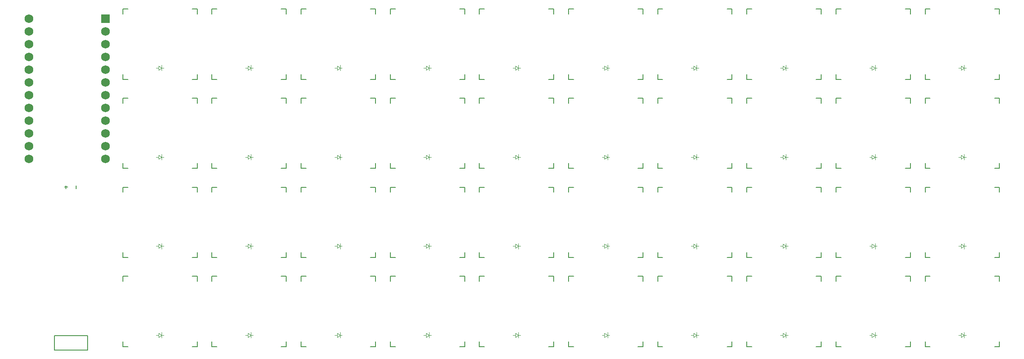
<source format=gbr>
%TF.GenerationSoftware,KiCad,Pcbnew,(6.0.4)*%
%TF.CreationDate,2022-11-13T15:40:53-05:00*%
%TF.ProjectId,crepe,63726570-652e-46b6-9963-61645f706362,v1.0.0*%
%TF.SameCoordinates,Original*%
%TF.FileFunction,Legend,Top*%
%TF.FilePolarity,Positive*%
%FSLAX46Y46*%
G04 Gerber Fmt 4.6, Leading zero omitted, Abs format (unit mm)*
G04 Created by KiCad (PCBNEW (6.0.4)) date 2022-11-13 15:40:53*
%MOMM*%
%LPD*%
G01*
G04 APERTURE LIST*
%ADD10C,0.150000*%
%ADD11C,0.100000*%
%ADD12R,1.752600X1.752600*%
%ADD13C,1.752600*%
G04 APERTURE END LIST*
D10*
%TO.C,S1*%
%TO.C,S2*%
%TO.C,S3*%
%TO.C,S4*%
%TO.C,S5*%
%TO.C,S6*%
%TO.C,S7*%
%TO.C,S8*%
%TO.C,S9*%
%TO.C,S10*%
%TO.C,S11*%
%TO.C,S12*%
%TO.C,S13*%
%TO.C,S14*%
%TO.C,S15*%
%TO.C,S16*%
%TO.C,S17*%
%TO.C,S18*%
%TO.C,S19*%
%TO.C,S20*%
%TO.C,S21*%
%TO.C,S22*%
%TO.C,S23*%
%TO.C,S24*%
%TO.C,S25*%
%TO.C,S26*%
%TO.C,S27*%
%TO.C,S28*%
%TO.C,S29*%
%TO.C,S30*%
%TO.C,S31*%
%TO.C,S32*%
%TO.C,S33*%
%TO.C,S34*%
%TO.C,S35*%
%TO.C,S36*%
%TO.C,S37*%
%TO.C,S38*%
%TO.C,S39*%
%TO.C,S40*%
%TO.C,*%
%TO.C,PAD1*%
X-942857Y24445238D02*
X-942857Y25054761D01*
X-638095Y24750000D02*
X-1247619Y24750000D01*
%TO.C,*%
%TO.C,PAD2*%
X1057142Y24445238D02*
X1057142Y25054761D01*
%TO.C,*%
%TO.C,S1*%
X24149992Y-7012336D02*
X25149992Y-7012336D01*
X25150000Y6987500D02*
X25150000Y5987500D01*
X11350000Y-7012500D02*
X10350000Y-7012500D01*
X25149992Y-7012336D02*
X25149992Y-6012336D01*
X10350000Y6987500D02*
X11350000Y6987500D01*
X10349992Y-6012336D02*
X10349992Y-7012336D01*
X25149992Y6987664D02*
X24149992Y6987664D01*
X10350000Y5987500D02*
X10350000Y6987500D01*
%TO.C,S2*%
X24149992Y10737664D02*
X25149992Y10737664D01*
X25150000Y24737500D02*
X25150000Y23737500D01*
X11350000Y10737500D02*
X10350000Y10737500D01*
X25149992Y10737664D02*
X25149992Y11737664D01*
X10350000Y24737500D02*
X11350000Y24737500D01*
X10349992Y11737664D02*
X10349992Y10737664D01*
X25149992Y24737664D02*
X24149992Y24737664D01*
X10350000Y23737500D02*
X10350000Y24737500D01*
%TO.C,S3*%
X24149992Y28487664D02*
X25149992Y28487664D01*
X25150000Y42487500D02*
X25150000Y41487500D01*
X11350000Y28487500D02*
X10350000Y28487500D01*
X25149992Y28487664D02*
X25149992Y29487664D01*
X10350000Y42487500D02*
X11350000Y42487500D01*
X10349992Y29487664D02*
X10349992Y28487664D01*
X25149992Y42487664D02*
X24149992Y42487664D01*
X10350000Y41487500D02*
X10350000Y42487500D01*
%TO.C,S4*%
X24149992Y46237664D02*
X25149992Y46237664D01*
X25150000Y60237500D02*
X25150000Y59237500D01*
X11350000Y46237500D02*
X10350000Y46237500D01*
X25149992Y46237664D02*
X25149992Y47237664D01*
X10350000Y60237500D02*
X11350000Y60237500D01*
X10349992Y47237664D02*
X10349992Y46237664D01*
X25149992Y60237664D02*
X24149992Y60237664D01*
X10350000Y59237500D02*
X10350000Y60237500D01*
%TO.C,S5*%
X41899992Y-7012336D02*
X42899992Y-7012336D01*
X42900000Y6987500D02*
X42900000Y5987500D01*
X29100000Y-7012500D02*
X28100000Y-7012500D01*
X42899992Y-7012336D02*
X42899992Y-6012336D01*
X28100000Y6987500D02*
X29100000Y6987500D01*
X28099992Y-6012336D02*
X28099992Y-7012336D01*
X42899992Y6987664D02*
X41899992Y6987664D01*
X28100000Y5987500D02*
X28100000Y6987500D01*
%TO.C,S6*%
X41899992Y10737664D02*
X42899992Y10737664D01*
X42900000Y24737500D02*
X42900000Y23737500D01*
X29100000Y10737500D02*
X28100000Y10737500D01*
X42899992Y10737664D02*
X42899992Y11737664D01*
X28100000Y24737500D02*
X29100000Y24737500D01*
X28099992Y11737664D02*
X28099992Y10737664D01*
X42899992Y24737664D02*
X41899992Y24737664D01*
X28100000Y23737500D02*
X28100000Y24737500D01*
%TO.C,S7*%
X41899992Y28487664D02*
X42899992Y28487664D01*
X42900000Y42487500D02*
X42900000Y41487500D01*
X29100000Y28487500D02*
X28100000Y28487500D01*
X42899992Y28487664D02*
X42899992Y29487664D01*
X28100000Y42487500D02*
X29100000Y42487500D01*
X28099992Y29487664D02*
X28099992Y28487664D01*
X42899992Y42487664D02*
X41899992Y42487664D01*
X28100000Y41487500D02*
X28100000Y42487500D01*
%TO.C,S8*%
X41899992Y46237664D02*
X42899992Y46237664D01*
X42900000Y60237500D02*
X42900000Y59237500D01*
X29100000Y46237500D02*
X28100000Y46237500D01*
X42899992Y46237664D02*
X42899992Y47237664D01*
X28100000Y60237500D02*
X29100000Y60237500D01*
X28099992Y47237664D02*
X28099992Y46237664D01*
X42899992Y60237664D02*
X41899992Y60237664D01*
X28100000Y59237500D02*
X28100000Y60237500D01*
%TO.C,S9*%
X59649992Y-7012336D02*
X60649992Y-7012336D01*
X60650000Y6987500D02*
X60650000Y5987500D01*
X46850000Y-7012500D02*
X45850000Y-7012500D01*
X60649992Y-7012336D02*
X60649992Y-6012336D01*
X45850000Y6987500D02*
X46850000Y6987500D01*
X45849992Y-6012336D02*
X45849992Y-7012336D01*
X60649992Y6987664D02*
X59649992Y6987664D01*
X45850000Y5987500D02*
X45850000Y6987500D01*
%TO.C,S10*%
X59649992Y10737664D02*
X60649992Y10737664D01*
X60650000Y24737500D02*
X60650000Y23737500D01*
X46850000Y10737500D02*
X45850000Y10737500D01*
X60649992Y10737664D02*
X60649992Y11737664D01*
X45850000Y24737500D02*
X46850000Y24737500D01*
X45849992Y11737664D02*
X45849992Y10737664D01*
X60649992Y24737664D02*
X59649992Y24737664D01*
X45850000Y23737500D02*
X45850000Y24737500D01*
%TO.C,S11*%
X59649992Y28487664D02*
X60649992Y28487664D01*
X60650000Y42487500D02*
X60650000Y41487500D01*
X46850000Y28487500D02*
X45850000Y28487500D01*
X60649992Y28487664D02*
X60649992Y29487664D01*
X45850000Y42487500D02*
X46850000Y42487500D01*
X45849992Y29487664D02*
X45849992Y28487664D01*
X60649992Y42487664D02*
X59649992Y42487664D01*
X45850000Y41487500D02*
X45850000Y42487500D01*
%TO.C,S12*%
X59649992Y46237664D02*
X60649992Y46237664D01*
X60650000Y60237500D02*
X60650000Y59237500D01*
X46850000Y46237500D02*
X45850000Y46237500D01*
X60649992Y46237664D02*
X60649992Y47237664D01*
X45850000Y60237500D02*
X46850000Y60237500D01*
X45849992Y47237664D02*
X45849992Y46237664D01*
X60649992Y60237664D02*
X59649992Y60237664D01*
X45850000Y59237500D02*
X45850000Y60237500D01*
%TO.C,S13*%
X77399992Y-7012336D02*
X78399992Y-7012336D01*
X78400000Y6987500D02*
X78400000Y5987500D01*
X64600000Y-7012500D02*
X63600000Y-7012500D01*
X78399992Y-7012336D02*
X78399992Y-6012336D01*
X63600000Y6987500D02*
X64600000Y6987500D01*
X63599992Y-6012336D02*
X63599992Y-7012336D01*
X78399992Y6987664D02*
X77399992Y6987664D01*
X63600000Y5987500D02*
X63600000Y6987500D01*
%TO.C,S14*%
X77399992Y10737664D02*
X78399992Y10737664D01*
X78400000Y24737500D02*
X78400000Y23737500D01*
X64600000Y10737500D02*
X63600000Y10737500D01*
X78399992Y10737664D02*
X78399992Y11737664D01*
X63600000Y24737500D02*
X64600000Y24737500D01*
X63599992Y11737664D02*
X63599992Y10737664D01*
X78399992Y24737664D02*
X77399992Y24737664D01*
X63600000Y23737500D02*
X63600000Y24737500D01*
%TO.C,S15*%
X77399992Y28487664D02*
X78399992Y28487664D01*
X78400000Y42487500D02*
X78400000Y41487500D01*
X64600000Y28487500D02*
X63600000Y28487500D01*
X78399992Y28487664D02*
X78399992Y29487664D01*
X63600000Y42487500D02*
X64600000Y42487500D01*
X63599992Y29487664D02*
X63599992Y28487664D01*
X78399992Y42487664D02*
X77399992Y42487664D01*
X63600000Y41487500D02*
X63600000Y42487500D01*
%TO.C,S16*%
X77399992Y46237664D02*
X78399992Y46237664D01*
X78400000Y60237500D02*
X78400000Y59237500D01*
X64600000Y46237500D02*
X63600000Y46237500D01*
X78399992Y46237664D02*
X78399992Y47237664D01*
X63600000Y60237500D02*
X64600000Y60237500D01*
X63599992Y47237664D02*
X63599992Y46237664D01*
X78399992Y60237664D02*
X77399992Y60237664D01*
X63600000Y59237500D02*
X63600000Y60237500D01*
%TO.C,S17*%
X95149992Y-7012336D02*
X96149992Y-7012336D01*
X96150000Y6987500D02*
X96150000Y5987500D01*
X82350000Y-7012500D02*
X81350000Y-7012500D01*
X96149992Y-7012336D02*
X96149992Y-6012336D01*
X81350000Y6987500D02*
X82350000Y6987500D01*
X81349992Y-6012336D02*
X81349992Y-7012336D01*
X96149992Y6987664D02*
X95149992Y6987664D01*
X81350000Y5987500D02*
X81350000Y6987500D01*
%TO.C,S18*%
X95149992Y10737664D02*
X96149992Y10737664D01*
X96150000Y24737500D02*
X96150000Y23737500D01*
X82350000Y10737500D02*
X81350000Y10737500D01*
X96149992Y10737664D02*
X96149992Y11737664D01*
X81350000Y24737500D02*
X82350000Y24737500D01*
X81349992Y11737664D02*
X81349992Y10737664D01*
X96149992Y24737664D02*
X95149992Y24737664D01*
X81350000Y23737500D02*
X81350000Y24737500D01*
%TO.C,S19*%
X95149992Y28487664D02*
X96149992Y28487664D01*
X96150000Y42487500D02*
X96150000Y41487500D01*
X82350000Y28487500D02*
X81350000Y28487500D01*
X96149992Y28487664D02*
X96149992Y29487664D01*
X81350000Y42487500D02*
X82350000Y42487500D01*
X81349992Y29487664D02*
X81349992Y28487664D01*
X96149992Y42487664D02*
X95149992Y42487664D01*
X81350000Y41487500D02*
X81350000Y42487500D01*
%TO.C,S20*%
X95149992Y46237664D02*
X96149992Y46237664D01*
X96150000Y60237500D02*
X96150000Y59237500D01*
X82350000Y46237500D02*
X81350000Y46237500D01*
X96149992Y46237664D02*
X96149992Y47237664D01*
X81350000Y60237500D02*
X82350000Y60237500D01*
X81349992Y47237664D02*
X81349992Y46237664D01*
X96149992Y60237664D02*
X95149992Y60237664D01*
X81350000Y59237500D02*
X81350000Y60237500D01*
%TO.C,S21*%
X183899992Y-7012336D02*
X184899992Y-7012336D01*
X184900000Y6987500D02*
X184900000Y5987500D01*
X171100000Y-7012500D02*
X170100000Y-7012500D01*
X184899992Y-7012336D02*
X184899992Y-6012336D01*
X170100000Y6987500D02*
X171100000Y6987500D01*
X170099992Y-6012336D02*
X170099992Y-7012336D01*
X184899992Y6987664D02*
X183899992Y6987664D01*
X170100000Y5987500D02*
X170100000Y6987500D01*
%TO.C,S22*%
X183899992Y10737664D02*
X184899992Y10737664D01*
X184900000Y24737500D02*
X184900000Y23737500D01*
X171100000Y10737500D02*
X170100000Y10737500D01*
X184899992Y10737664D02*
X184899992Y11737664D01*
X170100000Y24737500D02*
X171100000Y24737500D01*
X170099992Y11737664D02*
X170099992Y10737664D01*
X184899992Y24737664D02*
X183899992Y24737664D01*
X170100000Y23737500D02*
X170100000Y24737500D01*
%TO.C,S23*%
X183899992Y28487664D02*
X184899992Y28487664D01*
X184900000Y42487500D02*
X184900000Y41487500D01*
X171100000Y28487500D02*
X170100000Y28487500D01*
X184899992Y28487664D02*
X184899992Y29487664D01*
X170100000Y42487500D02*
X171100000Y42487500D01*
X170099992Y29487664D02*
X170099992Y28487664D01*
X184899992Y42487664D02*
X183899992Y42487664D01*
X170100000Y41487500D02*
X170100000Y42487500D01*
%TO.C,S24*%
X183899992Y46237664D02*
X184899992Y46237664D01*
X184900000Y60237500D02*
X184900000Y59237500D01*
X171100000Y46237500D02*
X170100000Y46237500D01*
X184899992Y46237664D02*
X184899992Y47237664D01*
X170100000Y60237500D02*
X171100000Y60237500D01*
X170099992Y47237664D02*
X170099992Y46237664D01*
X184899992Y60237664D02*
X183899992Y60237664D01*
X170100000Y59237500D02*
X170100000Y60237500D01*
%TO.C,S25*%
X166149992Y-7012336D02*
X167149992Y-7012336D01*
X167150000Y6987500D02*
X167150000Y5987500D01*
X153350000Y-7012500D02*
X152350000Y-7012500D01*
X167149992Y-7012336D02*
X167149992Y-6012336D01*
X152350000Y6987500D02*
X153350000Y6987500D01*
X152349992Y-6012336D02*
X152349992Y-7012336D01*
X167149992Y6987664D02*
X166149992Y6987664D01*
X152350000Y5987500D02*
X152350000Y6987500D01*
%TO.C,S26*%
X166149992Y10737664D02*
X167149992Y10737664D01*
X167150000Y24737500D02*
X167150000Y23737500D01*
X153350000Y10737500D02*
X152350000Y10737500D01*
X167149992Y10737664D02*
X167149992Y11737664D01*
X152350000Y24737500D02*
X153350000Y24737500D01*
X152349992Y11737664D02*
X152349992Y10737664D01*
X167149992Y24737664D02*
X166149992Y24737664D01*
X152350000Y23737500D02*
X152350000Y24737500D01*
%TO.C,S27*%
X166149992Y28487664D02*
X167149992Y28487664D01*
X167150000Y42487500D02*
X167150000Y41487500D01*
X153350000Y28487500D02*
X152350000Y28487500D01*
X167149992Y28487664D02*
X167149992Y29487664D01*
X152350000Y42487500D02*
X153350000Y42487500D01*
X152349992Y29487664D02*
X152349992Y28487664D01*
X167149992Y42487664D02*
X166149992Y42487664D01*
X152350000Y41487500D02*
X152350000Y42487500D01*
%TO.C,S28*%
X166149992Y46237664D02*
X167149992Y46237664D01*
X167150000Y60237500D02*
X167150000Y59237500D01*
X153350000Y46237500D02*
X152350000Y46237500D01*
X167149992Y46237664D02*
X167149992Y47237664D01*
X152350000Y60237500D02*
X153350000Y60237500D01*
X152349992Y47237664D02*
X152349992Y46237664D01*
X167149992Y60237664D02*
X166149992Y60237664D01*
X152350000Y59237500D02*
X152350000Y60237500D01*
%TO.C,S29*%
X148399992Y-7012336D02*
X149399992Y-7012336D01*
X149400000Y6987500D02*
X149400000Y5987500D01*
X135600000Y-7012500D02*
X134600000Y-7012500D01*
X149399992Y-7012336D02*
X149399992Y-6012336D01*
X134600000Y6987500D02*
X135600000Y6987500D01*
X134599992Y-6012336D02*
X134599992Y-7012336D01*
X149399992Y6987664D02*
X148399992Y6987664D01*
X134600000Y5987500D02*
X134600000Y6987500D01*
%TO.C,S30*%
X148399992Y10737664D02*
X149399992Y10737664D01*
X149400000Y24737500D02*
X149400000Y23737500D01*
X135600000Y10737500D02*
X134600000Y10737500D01*
X149399992Y10737664D02*
X149399992Y11737664D01*
X134600000Y24737500D02*
X135600000Y24737500D01*
X134599992Y11737664D02*
X134599992Y10737664D01*
X149399992Y24737664D02*
X148399992Y24737664D01*
X134600000Y23737500D02*
X134600000Y24737500D01*
%TO.C,S31*%
X148399992Y28487664D02*
X149399992Y28487664D01*
X149400000Y42487500D02*
X149400000Y41487500D01*
X135600000Y28487500D02*
X134600000Y28487500D01*
X149399992Y28487664D02*
X149399992Y29487664D01*
X134600000Y42487500D02*
X135600000Y42487500D01*
X134599992Y29487664D02*
X134599992Y28487664D01*
X149399992Y42487664D02*
X148399992Y42487664D01*
X134600000Y41487500D02*
X134600000Y42487500D01*
%TO.C,S32*%
X148399992Y46237664D02*
X149399992Y46237664D01*
X149400000Y60237500D02*
X149400000Y59237500D01*
X135600000Y46237500D02*
X134600000Y46237500D01*
X149399992Y46237664D02*
X149399992Y47237664D01*
X134600000Y60237500D02*
X135600000Y60237500D01*
X134599992Y47237664D02*
X134599992Y46237664D01*
X149399992Y60237664D02*
X148399992Y60237664D01*
X134600000Y59237500D02*
X134600000Y60237500D01*
%TO.C,S33*%
X130649992Y-7012336D02*
X131649992Y-7012336D01*
X131650000Y6987500D02*
X131650000Y5987500D01*
X117850000Y-7012500D02*
X116850000Y-7012500D01*
X131649992Y-7012336D02*
X131649992Y-6012336D01*
X116850000Y6987500D02*
X117850000Y6987500D01*
X116849992Y-6012336D02*
X116849992Y-7012336D01*
X131649992Y6987664D02*
X130649992Y6987664D01*
X116850000Y5987500D02*
X116850000Y6987500D01*
%TO.C,S34*%
X130649992Y10737664D02*
X131649992Y10737664D01*
X131650000Y24737500D02*
X131650000Y23737500D01*
X117850000Y10737500D02*
X116850000Y10737500D01*
X131649992Y10737664D02*
X131649992Y11737664D01*
X116850000Y24737500D02*
X117850000Y24737500D01*
X116849992Y11737664D02*
X116849992Y10737664D01*
X131649992Y24737664D02*
X130649992Y24737664D01*
X116850000Y23737500D02*
X116850000Y24737500D01*
%TO.C,S35*%
X130649992Y28487664D02*
X131649992Y28487664D01*
X131650000Y42487500D02*
X131650000Y41487500D01*
X117850000Y28487500D02*
X116850000Y28487500D01*
X131649992Y28487664D02*
X131649992Y29487664D01*
X116850000Y42487500D02*
X117850000Y42487500D01*
X116849992Y29487664D02*
X116849992Y28487664D01*
X131649992Y42487664D02*
X130649992Y42487664D01*
X116850000Y41487500D02*
X116850000Y42487500D01*
%TO.C,S36*%
X130649992Y46237664D02*
X131649992Y46237664D01*
X131650000Y60237500D02*
X131650000Y59237500D01*
X117850000Y46237500D02*
X116850000Y46237500D01*
X131649992Y46237664D02*
X131649992Y47237664D01*
X116850000Y60237500D02*
X117850000Y60237500D01*
X116849992Y47237664D02*
X116849992Y46237664D01*
X131649992Y60237664D02*
X130649992Y60237664D01*
X116850000Y59237500D02*
X116850000Y60237500D01*
%TO.C,S37*%
X112899992Y-7012336D02*
X113899992Y-7012336D01*
X113900000Y6987500D02*
X113900000Y5987500D01*
X100100000Y-7012500D02*
X99100000Y-7012500D01*
X113899992Y-7012336D02*
X113899992Y-6012336D01*
X99100000Y6987500D02*
X100100000Y6987500D01*
X99099992Y-6012336D02*
X99099992Y-7012336D01*
X113899992Y6987664D02*
X112899992Y6987664D01*
X99100000Y5987500D02*
X99100000Y6987500D01*
%TO.C,S38*%
X112899992Y10737664D02*
X113899992Y10737664D01*
X113900000Y24737500D02*
X113900000Y23737500D01*
X100100000Y10737500D02*
X99100000Y10737500D01*
X113899992Y10737664D02*
X113899992Y11737664D01*
X99100000Y24737500D02*
X100100000Y24737500D01*
X99099992Y11737664D02*
X99099992Y10737664D01*
X113899992Y24737664D02*
X112899992Y24737664D01*
X99100000Y23737500D02*
X99100000Y24737500D01*
%TO.C,S39*%
X112899992Y28487664D02*
X113899992Y28487664D01*
X113900000Y42487500D02*
X113900000Y41487500D01*
X100100000Y28487500D02*
X99100000Y28487500D01*
X113899992Y28487664D02*
X113899992Y29487664D01*
X99100000Y42487500D02*
X100100000Y42487500D01*
X99099992Y29487664D02*
X99099992Y28487664D01*
X113899992Y42487664D02*
X112899992Y42487664D01*
X99100000Y41487500D02*
X99100000Y42487500D01*
%TO.C,S40*%
X112899992Y46237664D02*
X113899992Y46237664D01*
X113900000Y60237500D02*
X113900000Y59237500D01*
X100100000Y46237500D02*
X99100000Y46237500D01*
X113899992Y46237664D02*
X113899992Y47237664D01*
X99100000Y60237500D02*
X100100000Y60237500D01*
X99099992Y47237664D02*
X99099992Y46237664D01*
X113899992Y60237664D02*
X112899992Y60237664D01*
X99100000Y59237500D02*
X99100000Y60237500D01*
D11*
%TO.C,D1*%
X17500000Y-4750000D02*
X17000000Y-4750000D01*
X17500000Y-4350000D02*
X18100000Y-4750000D01*
X17500000Y-5150000D02*
X17500000Y-4350000D01*
X18100000Y-4750000D02*
X17500000Y-5150000D01*
X18100000Y-4750000D02*
X18100000Y-4200000D01*
X18100000Y-4750000D02*
X18100000Y-5300000D01*
X18500000Y-4750000D02*
X18100000Y-4750000D01*
%TO.C,D2*%
X17500000Y13000000D02*
X17000000Y13000000D01*
X17500000Y13400000D02*
X18100000Y13000000D01*
X17500000Y12600000D02*
X17500000Y13400000D01*
X18100000Y13000000D02*
X17500000Y12600000D01*
X18100000Y13000000D02*
X18100000Y13550000D01*
X18100000Y13000000D02*
X18100000Y12450000D01*
X18500000Y13000000D02*
X18100000Y13000000D01*
%TO.C,D3*%
X17500000Y30750000D02*
X17000000Y30750000D01*
X17500000Y31150000D02*
X18100000Y30750000D01*
X17500000Y30350000D02*
X17500000Y31150000D01*
X18100000Y30750000D02*
X17500000Y30350000D01*
X18100000Y30750000D02*
X18100000Y31300000D01*
X18100000Y30750000D02*
X18100000Y30200000D01*
X18500000Y30750000D02*
X18100000Y30750000D01*
%TO.C,D4*%
X17500000Y48500000D02*
X17000000Y48500000D01*
X17500000Y48900000D02*
X18100000Y48500000D01*
X17500000Y48100000D02*
X17500000Y48900000D01*
X18100000Y48500000D02*
X17500000Y48100000D01*
X18100000Y48500000D02*
X18100000Y49050000D01*
X18100000Y48500000D02*
X18100000Y47950000D01*
X18500000Y48500000D02*
X18100000Y48500000D01*
%TO.C,D5*%
X35250000Y-4750000D02*
X34750000Y-4750000D01*
X35250000Y-4350000D02*
X35850000Y-4750000D01*
X35250000Y-5150000D02*
X35250000Y-4350000D01*
X35850000Y-4750000D02*
X35250000Y-5150000D01*
X35850000Y-4750000D02*
X35850000Y-4200000D01*
X35850000Y-4750000D02*
X35850000Y-5300000D01*
X36250000Y-4750000D02*
X35850000Y-4750000D01*
%TO.C,D6*%
X35250000Y13000000D02*
X34750000Y13000000D01*
X35250000Y13400000D02*
X35850000Y13000000D01*
X35250000Y12600000D02*
X35250000Y13400000D01*
X35850000Y13000000D02*
X35250000Y12600000D01*
X35850000Y13000000D02*
X35850000Y13550000D01*
X35850000Y13000000D02*
X35850000Y12450000D01*
X36250000Y13000000D02*
X35850000Y13000000D01*
%TO.C,D7*%
X35250000Y30750000D02*
X34750000Y30750000D01*
X35250000Y31150000D02*
X35850000Y30750000D01*
X35250000Y30350000D02*
X35250000Y31150000D01*
X35850000Y30750000D02*
X35250000Y30350000D01*
X35850000Y30750000D02*
X35850000Y31300000D01*
X35850000Y30750000D02*
X35850000Y30200000D01*
X36250000Y30750000D02*
X35850000Y30750000D01*
%TO.C,D8*%
X35250000Y48500000D02*
X34750000Y48500000D01*
X35250000Y48900000D02*
X35850000Y48500000D01*
X35250000Y48100000D02*
X35250000Y48900000D01*
X35850000Y48500000D02*
X35250000Y48100000D01*
X35850000Y48500000D02*
X35850000Y49050000D01*
X35850000Y48500000D02*
X35850000Y47950000D01*
X36250000Y48500000D02*
X35850000Y48500000D01*
%TO.C,D9*%
X53000000Y-4750000D02*
X52500000Y-4750000D01*
X53000000Y-4350000D02*
X53600000Y-4750000D01*
X53000000Y-5150000D02*
X53000000Y-4350000D01*
X53600000Y-4750000D02*
X53000000Y-5150000D01*
X53600000Y-4750000D02*
X53600000Y-4200000D01*
X53600000Y-4750000D02*
X53600000Y-5300000D01*
X54000000Y-4750000D02*
X53600000Y-4750000D01*
%TO.C,D10*%
X53000000Y13000000D02*
X52500000Y13000000D01*
X53000000Y13400000D02*
X53600000Y13000000D01*
X53000000Y12600000D02*
X53000000Y13400000D01*
X53600000Y13000000D02*
X53000000Y12600000D01*
X53600000Y13000000D02*
X53600000Y13550000D01*
X53600000Y13000000D02*
X53600000Y12450000D01*
X54000000Y13000000D02*
X53600000Y13000000D01*
%TO.C,D11*%
X53000000Y30750000D02*
X52500000Y30750000D01*
X53000000Y31150000D02*
X53600000Y30750000D01*
X53000000Y30350000D02*
X53000000Y31150000D01*
X53600000Y30750000D02*
X53000000Y30350000D01*
X53600000Y30750000D02*
X53600000Y31300000D01*
X53600000Y30750000D02*
X53600000Y30200000D01*
X54000000Y30750000D02*
X53600000Y30750000D01*
%TO.C,D12*%
X53000000Y48500000D02*
X52500000Y48500000D01*
X53000000Y48900000D02*
X53600000Y48500000D01*
X53000000Y48100000D02*
X53000000Y48900000D01*
X53600000Y48500000D02*
X53000000Y48100000D01*
X53600000Y48500000D02*
X53600000Y49050000D01*
X53600000Y48500000D02*
X53600000Y47950000D01*
X54000000Y48500000D02*
X53600000Y48500000D01*
%TO.C,D13*%
X70750000Y-4750000D02*
X70250000Y-4750000D01*
X70750000Y-4350000D02*
X71350000Y-4750000D01*
X70750000Y-5150000D02*
X70750000Y-4350000D01*
X71350000Y-4750000D02*
X70750000Y-5150000D01*
X71350000Y-4750000D02*
X71350000Y-4200000D01*
X71350000Y-4750000D02*
X71350000Y-5300000D01*
X71750000Y-4750000D02*
X71350000Y-4750000D01*
%TO.C,D14*%
X70750000Y13000000D02*
X70250000Y13000000D01*
X70750000Y13400000D02*
X71350000Y13000000D01*
X70750000Y12600000D02*
X70750000Y13400000D01*
X71350000Y13000000D02*
X70750000Y12600000D01*
X71350000Y13000000D02*
X71350000Y13550000D01*
X71350000Y13000000D02*
X71350000Y12450000D01*
X71750000Y13000000D02*
X71350000Y13000000D01*
%TO.C,D15*%
X70750000Y30750000D02*
X70250000Y30750000D01*
X70750000Y31150000D02*
X71350000Y30750000D01*
X70750000Y30350000D02*
X70750000Y31150000D01*
X71350000Y30750000D02*
X70750000Y30350000D01*
X71350000Y30750000D02*
X71350000Y31300000D01*
X71350000Y30750000D02*
X71350000Y30200000D01*
X71750000Y30750000D02*
X71350000Y30750000D01*
%TO.C,D16*%
X70750000Y48500000D02*
X70250000Y48500000D01*
X70750000Y48900000D02*
X71350000Y48500000D01*
X70750000Y48100000D02*
X70750000Y48900000D01*
X71350000Y48500000D02*
X70750000Y48100000D01*
X71350000Y48500000D02*
X71350000Y49050000D01*
X71350000Y48500000D02*
X71350000Y47950000D01*
X71750000Y48500000D02*
X71350000Y48500000D01*
%TO.C,D17*%
X88500000Y-4750000D02*
X88000000Y-4750000D01*
X88500000Y-4350000D02*
X89100000Y-4750000D01*
X88500000Y-5150000D02*
X88500000Y-4350000D01*
X89100000Y-4750000D02*
X88500000Y-5150000D01*
X89100000Y-4750000D02*
X89100000Y-4200000D01*
X89100000Y-4750000D02*
X89100000Y-5300000D01*
X89500000Y-4750000D02*
X89100000Y-4750000D01*
%TO.C,D18*%
X88500000Y13000000D02*
X88000000Y13000000D01*
X88500000Y13400000D02*
X89100000Y13000000D01*
X88500000Y12600000D02*
X88500000Y13400000D01*
X89100000Y13000000D02*
X88500000Y12600000D01*
X89100000Y13000000D02*
X89100000Y13550000D01*
X89100000Y13000000D02*
X89100000Y12450000D01*
X89500000Y13000000D02*
X89100000Y13000000D01*
%TO.C,D19*%
X88500000Y30750000D02*
X88000000Y30750000D01*
X88500000Y31150000D02*
X89100000Y30750000D01*
X88500000Y30350000D02*
X88500000Y31150000D01*
X89100000Y30750000D02*
X88500000Y30350000D01*
X89100000Y30750000D02*
X89100000Y31300000D01*
X89100000Y30750000D02*
X89100000Y30200000D01*
X89500000Y30750000D02*
X89100000Y30750000D01*
%TO.C,D20*%
X88500000Y48500000D02*
X88000000Y48500000D01*
X88500000Y48900000D02*
X89100000Y48500000D01*
X88500000Y48100000D02*
X88500000Y48900000D01*
X89100000Y48500000D02*
X88500000Y48100000D01*
X89100000Y48500000D02*
X89100000Y49050000D01*
X89100000Y48500000D02*
X89100000Y47950000D01*
X89500000Y48500000D02*
X89100000Y48500000D01*
D10*
%TO.C,T1*%
X-1950000Y-7725000D02*
X1950000Y-7725000D01*
X0Y-7725000D02*
X3300000Y-7725000D01*
X3300000Y-7725000D02*
X3300000Y-4875000D01*
X3300000Y-4875000D02*
X-3300000Y-4875000D01*
X-3300000Y-4875000D02*
X-3300000Y-7725000D01*
X0Y-7725000D02*
X-3300000Y-7725000D01*
D11*
%TO.C,D21*%
X177250000Y-4750000D02*
X176750000Y-4750000D01*
X177250000Y-4350000D02*
X177850000Y-4750000D01*
X177250000Y-5150000D02*
X177250000Y-4350000D01*
X177850000Y-4750000D02*
X177250000Y-5150000D01*
X177850000Y-4750000D02*
X177850000Y-4200000D01*
X177850000Y-4750000D02*
X177850000Y-5300000D01*
X178250000Y-4750000D02*
X177850000Y-4750000D01*
%TO.C,D22*%
X177250000Y13000000D02*
X176750000Y13000000D01*
X177250000Y13400000D02*
X177850000Y13000000D01*
X177250000Y12600000D02*
X177250000Y13400000D01*
X177850000Y13000000D02*
X177250000Y12600000D01*
X177850000Y13000000D02*
X177850000Y13550000D01*
X177850000Y13000000D02*
X177850000Y12450000D01*
X178250000Y13000000D02*
X177850000Y13000000D01*
%TO.C,D23*%
X177250000Y30750000D02*
X176750000Y30750000D01*
X177250000Y31150000D02*
X177850000Y30750000D01*
X177250000Y30350000D02*
X177250000Y31150000D01*
X177850000Y30750000D02*
X177250000Y30350000D01*
X177850000Y30750000D02*
X177850000Y31300000D01*
X177850000Y30750000D02*
X177850000Y30200000D01*
X178250000Y30750000D02*
X177850000Y30750000D01*
%TO.C,D24*%
X177250000Y48500000D02*
X176750000Y48500000D01*
X177250000Y48900000D02*
X177850000Y48500000D01*
X177250000Y48100000D02*
X177250000Y48900000D01*
X177850000Y48500000D02*
X177250000Y48100000D01*
X177850000Y48500000D02*
X177850000Y49050000D01*
X177850000Y48500000D02*
X177850000Y47950000D01*
X178250000Y48500000D02*
X177850000Y48500000D01*
%TO.C,D25*%
X159500000Y-4750000D02*
X159000000Y-4750000D01*
X159500000Y-4350000D02*
X160100000Y-4750000D01*
X159500000Y-5150000D02*
X159500000Y-4350000D01*
X160100000Y-4750000D02*
X159500000Y-5150000D01*
X160100000Y-4750000D02*
X160100000Y-4200000D01*
X160100000Y-4750000D02*
X160100000Y-5300000D01*
X160500000Y-4750000D02*
X160100000Y-4750000D01*
%TO.C,D26*%
X159500000Y13000000D02*
X159000000Y13000000D01*
X159500000Y13400000D02*
X160100000Y13000000D01*
X159500000Y12600000D02*
X159500000Y13400000D01*
X160100000Y13000000D02*
X159500000Y12600000D01*
X160100000Y13000000D02*
X160100000Y13550000D01*
X160100000Y13000000D02*
X160100000Y12450000D01*
X160500000Y13000000D02*
X160100000Y13000000D01*
%TO.C,D27*%
X159500000Y30750000D02*
X159000000Y30750000D01*
X159500000Y31150000D02*
X160100000Y30750000D01*
X159500000Y30350000D02*
X159500000Y31150000D01*
X160100000Y30750000D02*
X159500000Y30350000D01*
X160100000Y30750000D02*
X160100000Y31300000D01*
X160100000Y30750000D02*
X160100000Y30200000D01*
X160500000Y30750000D02*
X160100000Y30750000D01*
%TO.C,D28*%
X159500000Y48500000D02*
X159000000Y48500000D01*
X159500000Y48900000D02*
X160100000Y48500000D01*
X159500000Y48100000D02*
X159500000Y48900000D01*
X160100000Y48500000D02*
X159500000Y48100000D01*
X160100000Y48500000D02*
X160100000Y49050000D01*
X160100000Y48500000D02*
X160100000Y47950000D01*
X160500000Y48500000D02*
X160100000Y48500000D01*
%TO.C,D29*%
X141750000Y-4750000D02*
X141250000Y-4750000D01*
X141750000Y-4350000D02*
X142350000Y-4750000D01*
X141750000Y-5150000D02*
X141750000Y-4350000D01*
X142350000Y-4750000D02*
X141750000Y-5150000D01*
X142350000Y-4750000D02*
X142350000Y-4200000D01*
X142350000Y-4750000D02*
X142350000Y-5300000D01*
X142750000Y-4750000D02*
X142350000Y-4750000D01*
%TO.C,D30*%
X141750000Y13000000D02*
X141250000Y13000000D01*
X141750000Y13400000D02*
X142350000Y13000000D01*
X141750000Y12600000D02*
X141750000Y13400000D01*
X142350000Y13000000D02*
X141750000Y12600000D01*
X142350000Y13000000D02*
X142350000Y13550000D01*
X142350000Y13000000D02*
X142350000Y12450000D01*
X142750000Y13000000D02*
X142350000Y13000000D01*
%TO.C,D31*%
X141750000Y30750000D02*
X141250000Y30750000D01*
X141750000Y31150000D02*
X142350000Y30750000D01*
X141750000Y30350000D02*
X141750000Y31150000D01*
X142350000Y30750000D02*
X141750000Y30350000D01*
X142350000Y30750000D02*
X142350000Y31300000D01*
X142350000Y30750000D02*
X142350000Y30200000D01*
X142750000Y30750000D02*
X142350000Y30750000D01*
%TO.C,D32*%
X141750000Y48500000D02*
X141250000Y48500000D01*
X141750000Y48900000D02*
X142350000Y48500000D01*
X141750000Y48100000D02*
X141750000Y48900000D01*
X142350000Y48500000D02*
X141750000Y48100000D01*
X142350000Y48500000D02*
X142350000Y49050000D01*
X142350000Y48500000D02*
X142350000Y47950000D01*
X142750000Y48500000D02*
X142350000Y48500000D01*
%TO.C,D33*%
X124000000Y-4750000D02*
X123500000Y-4750000D01*
X124000000Y-4350000D02*
X124600000Y-4750000D01*
X124000000Y-5150000D02*
X124000000Y-4350000D01*
X124600000Y-4750000D02*
X124000000Y-5150000D01*
X124600000Y-4750000D02*
X124600000Y-4200000D01*
X124600000Y-4750000D02*
X124600000Y-5300000D01*
X125000000Y-4750000D02*
X124600000Y-4750000D01*
%TO.C,D34*%
X124000000Y13000000D02*
X123500000Y13000000D01*
X124000000Y13400000D02*
X124600000Y13000000D01*
X124000000Y12600000D02*
X124000000Y13400000D01*
X124600000Y13000000D02*
X124000000Y12600000D01*
X124600000Y13000000D02*
X124600000Y13550000D01*
X124600000Y13000000D02*
X124600000Y12450000D01*
X125000000Y13000000D02*
X124600000Y13000000D01*
%TO.C,D35*%
X124000000Y30750000D02*
X123500000Y30750000D01*
X124000000Y31150000D02*
X124600000Y30750000D01*
X124000000Y30350000D02*
X124000000Y31150000D01*
X124600000Y30750000D02*
X124000000Y30350000D01*
X124600000Y30750000D02*
X124600000Y31300000D01*
X124600000Y30750000D02*
X124600000Y30200000D01*
X125000000Y30750000D02*
X124600000Y30750000D01*
%TO.C,D36*%
X124000000Y48500000D02*
X123500000Y48500000D01*
X124000000Y48900000D02*
X124600000Y48500000D01*
X124000000Y48100000D02*
X124000000Y48900000D01*
X124600000Y48500000D02*
X124000000Y48100000D01*
X124600000Y48500000D02*
X124600000Y49050000D01*
X124600000Y48500000D02*
X124600000Y47950000D01*
X125000000Y48500000D02*
X124600000Y48500000D01*
%TO.C,D37*%
X106250000Y-4750000D02*
X105750000Y-4750000D01*
X106250000Y-4350000D02*
X106850000Y-4750000D01*
X106250000Y-5150000D02*
X106250000Y-4350000D01*
X106850000Y-4750000D02*
X106250000Y-5150000D01*
X106850000Y-4750000D02*
X106850000Y-4200000D01*
X106850000Y-4750000D02*
X106850000Y-5300000D01*
X107250000Y-4750000D02*
X106850000Y-4750000D01*
%TO.C,D38*%
X106250000Y13000000D02*
X105750000Y13000000D01*
X106250000Y13400000D02*
X106850000Y13000000D01*
X106250000Y12600000D02*
X106250000Y13400000D01*
X106850000Y13000000D02*
X106250000Y12600000D01*
X106850000Y13000000D02*
X106850000Y13550000D01*
X106850000Y13000000D02*
X106850000Y12450000D01*
X107250000Y13000000D02*
X106850000Y13000000D01*
%TO.C,D39*%
X106250000Y30750000D02*
X105750000Y30750000D01*
X106250000Y31150000D02*
X106850000Y30750000D01*
X106250000Y30350000D02*
X106250000Y31150000D01*
X106850000Y30750000D02*
X106250000Y30350000D01*
X106850000Y30750000D02*
X106850000Y31300000D01*
X106850000Y30750000D02*
X106850000Y30200000D01*
X107250000Y30750000D02*
X106850000Y30750000D01*
%TO.C,D40*%
X106250000Y48500000D02*
X105750000Y48500000D01*
X106250000Y48900000D02*
X106850000Y48500000D01*
X106250000Y48100000D02*
X106250000Y48900000D01*
X106850000Y48500000D02*
X106250000Y48100000D01*
X106850000Y48500000D02*
X106850000Y49050000D01*
X106850000Y48500000D02*
X106850000Y47950000D01*
X107250000Y48500000D02*
X106850000Y48500000D01*
%TD*%
D12*
%TO.C,*%
X6870000Y58345000D03*
D13*
X6870000Y55805000D03*
X6870000Y53265000D03*
X6870000Y50725000D03*
X6870000Y48185000D03*
X6870000Y45645000D03*
X6870000Y43105000D03*
X6870000Y40565000D03*
X6870000Y38025000D03*
X6870000Y35485000D03*
X6870000Y32945000D03*
X6870000Y30405000D03*
X-8370000Y30405000D03*
X-8370000Y32945000D03*
X-8370000Y35485000D03*
X-8370000Y38025000D03*
X-8370000Y40565000D03*
X-8370000Y43105000D03*
X-8370000Y45645000D03*
X-8370000Y48185000D03*
X-8370000Y50725000D03*
X-8370000Y53265000D03*
X-8370000Y55805000D03*
X-8370000Y58345000D03*
%TD*%
M02*

</source>
